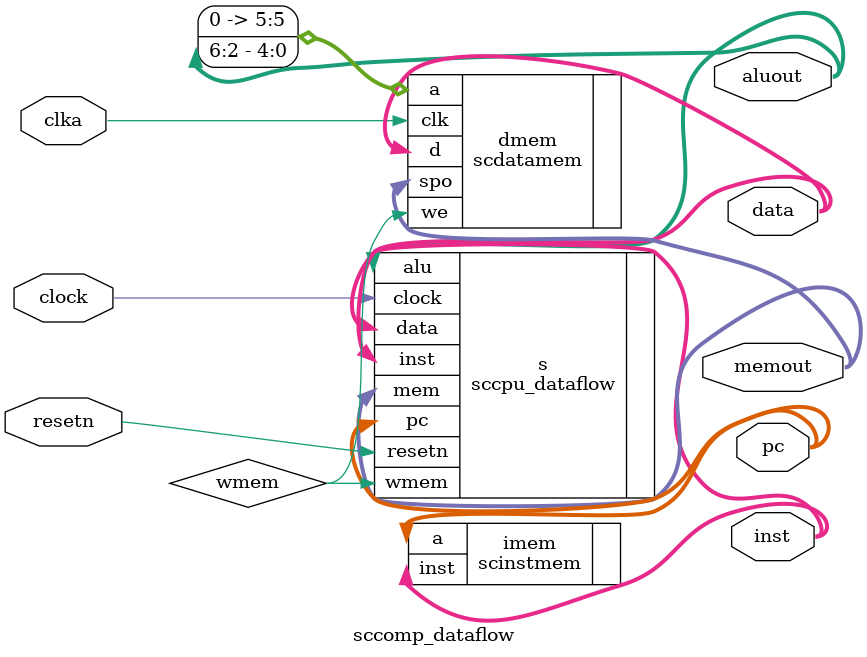
<source format=v>
`timescale 1ns / 1ps


module sccomp_dataflow(
    input clock,
    input resetn,
    input clka,
    output [31:0] inst,
    output [31:0] pc,
    output [31:0] aluout,
    output [31:0] memout,
    output [31:0] data
    );

    wire wmem;

    sccpu_dataflow s(.clock(clock), .resetn(resetn), .inst(inst), .mem(memout), .pc(pc), .wmem(wmem), .alu(aluout), .data(data));
    scinstmem imem(.a(pc), .inst(inst));
    scdatamem dmem(.clk(clka), .spo(memout), .d(data), .a({1'b0, aluout[6:2]}), .we(wmem));
endmodule

</source>
